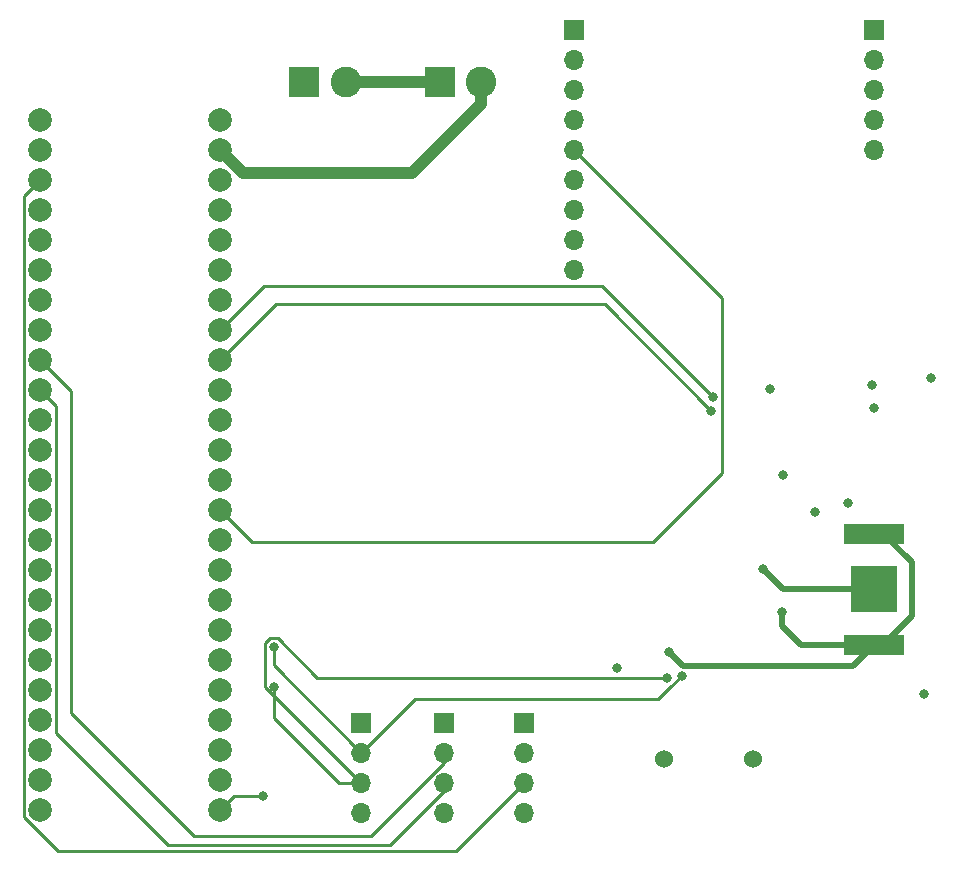
<source format=gbr>
%TF.GenerationSoftware,KiCad,Pcbnew,7.0.7*%
%TF.CreationDate,2024-02-14T21:52:59-05:00*%
%TF.ProjectId,Unified_Board,556e6966-6965-4645-9f42-6f6172642e6b,rev?*%
%TF.SameCoordinates,Original*%
%TF.FileFunction,Copper,L4,Bot*%
%TF.FilePolarity,Positive*%
%FSLAX46Y46*%
G04 Gerber Fmt 4.6, Leading zero omitted, Abs format (unit mm)*
G04 Created by KiCad (PCBNEW 7.0.7) date 2024-02-14 21:52:59*
%MOMM*%
%LPD*%
G01*
G04 APERTURE LIST*
%TA.AperFunction,ComponentPad*%
%ADD10R,1.700000X1.700000*%
%TD*%
%TA.AperFunction,ComponentPad*%
%ADD11O,1.700000X1.700000*%
%TD*%
%TA.AperFunction,ComponentPad*%
%ADD12R,2.600000X2.600000*%
%TD*%
%TA.AperFunction,ComponentPad*%
%ADD13C,2.600000*%
%TD*%
%TA.AperFunction,ComponentPad*%
%ADD14C,1.524000*%
%TD*%
%TA.AperFunction,ComponentPad*%
%ADD15C,2.000000*%
%TD*%
%TA.AperFunction,SMDPad,CuDef*%
%ADD16R,5.080000X1.780000*%
%TD*%
%TA.AperFunction,SMDPad,CuDef*%
%ADD17R,3.960000X3.960000*%
%TD*%
%TA.AperFunction,ViaPad*%
%ADD18C,0.800000*%
%TD*%
%TA.AperFunction,Conductor*%
%ADD19C,0.250000*%
%TD*%
%TA.AperFunction,Conductor*%
%ADD20C,0.500000*%
%TD*%
%TA.AperFunction,Conductor*%
%ADD21C,1.000000*%
%TD*%
G04 APERTURE END LIST*
D10*
%TO.P,J3,1,Pin_1*%
%TO.N,/3.3V*%
X107600000Y-96000000D03*
D11*
%TO.P,J3,2,Pin_2*%
%TO.N,/SCL*%
X107600000Y-98540000D03*
%TO.P,J3,3,Pin_3*%
%TO.N,/SDA*%
X107600000Y-101080000D03*
%TO.P,J3,4,Pin_4*%
%TO.N,GND*%
X107600000Y-103620000D03*
%TD*%
D12*
%TO.P,J1,1,Pin_1*%
%TO.N,Net-(J1-Pin_1)*%
X102750000Y-41750000D03*
D13*
%TO.P,J1,2,Pin_2*%
%TO.N,Net-(J1-Pin_2)*%
X106250000Y-41750000D03*
%TD*%
D12*
%TO.P,J7,1,Pin_1*%
%TO.N,Net-(J1-Pin_2)*%
X114250000Y-41750000D03*
D13*
%TO.P,J7,2,Pin_2*%
%TO.N,Net-(D6-K)*%
X117750000Y-41750000D03*
%TD*%
D10*
%TO.P,J2,1,Pin_1*%
%TO.N,/3.3V*%
X114600000Y-96000000D03*
D11*
%TO.P,J2,2,Pin_2*%
%TO.N,/Breakout_RX2*%
X114600000Y-98540000D03*
%TO.P,J2,3,Pin_3*%
%TO.N,/Breakout_TX2*%
X114600000Y-101080000D03*
%TO.P,J2,4,Pin_4*%
%TO.N,GND*%
X114600000Y-103620000D03*
%TD*%
D10*
%TO.P,J4,1,Pin_1*%
%TO.N,/3.3V*%
X121400000Y-96000000D03*
D11*
%TO.P,J4,2,Pin_2*%
%TO.N,/Breakout_RX1*%
X121400000Y-98540000D03*
%TO.P,J4,3,Pin_3*%
%TO.N,/Breakout_TX1*%
X121400000Y-101080000D03*
%TO.P,J4,4,Pin_4*%
%TO.N,GND*%
X121400000Y-103620000D03*
%TD*%
D10*
%TO.P,J5,1,Pin_1*%
%TO.N,unconnected-(J5-Pin_1-Pad1)*%
X151000000Y-37380000D03*
D11*
%TO.P,J5,2,Pin_2*%
%TO.N,unconnected-(J5-Pin_2-Pad2)*%
X151000000Y-39920000D03*
%TO.P,J5,3,Pin_3*%
%TO.N,unconnected-(J5-Pin_3-Pad3)*%
X151000000Y-42460000D03*
%TO.P,J5,4,Pin_4*%
%TO.N,unconnected-(J5-Pin_4-Pad4)*%
X151000000Y-45000000D03*
%TO.P,J5,5,Pin_5*%
%TO.N,unconnected-(J5-Pin_5-Pad5)*%
X151000000Y-47540000D03*
%TD*%
D10*
%TO.P,J6,1,Pin_1*%
%TO.N,/3.3V*%
X125600000Y-37380000D03*
D11*
%TO.P,J6,2,Pin_2*%
%TO.N,GND*%
X125600000Y-39920000D03*
%TO.P,J6,3,Pin_3*%
%TO.N,unconnected-(J6-Pin_3-Pad3)*%
X125600000Y-42460000D03*
%TO.P,J6,4,Pin_4*%
%TO.N,/Radio_INT*%
X125600000Y-45000000D03*
%TO.P,J6,5,Pin_5*%
%TO.N,/Radio_SCK*%
X125600000Y-47540000D03*
%TO.P,J6,6,Pin_6*%
%TO.N,/Radio_MISO*%
X125600000Y-50080000D03*
%TO.P,J6,7,Pin_7*%
%TO.N,/Radio_MOSI*%
X125600000Y-52620000D03*
%TO.P,J6,8,Pin_8*%
%TO.N,/Radio_CS*%
X125600000Y-55160000D03*
%TO.P,J6,9,Pin_9*%
%TO.N,/Radio_RST*%
X125600000Y-57700000D03*
%TD*%
D14*
%TO.P,BZ1,1,-*%
%TO.N,Net-(BZ1--)*%
X133250000Y-99100000D03*
%TO.P,BZ1,2,+*%
%TO.N,GND*%
X140750000Y-99100000D03*
%TD*%
D15*
%TO.P,Teensy4.1,0,GND*%
%TO.N,GND*%
X80380000Y-44990000D03*
%TO.P,Teensy4.1,1,RX1*%
%TO.N,/Breakout_RX1*%
X80380000Y-47530000D03*
%TO.P,Teensy4.1,2,TX1*%
%TO.N,/Breakout_TX1*%
X80380000Y-50070000D03*
%TO.P,Teensy4.1,3,PWM*%
%TO.N,unconnected-(Teensy4.1-PWM-Pad3)*%
X80380000Y-52610000D03*
%TO.P,Teensy4.1,4,PWM*%
%TO.N,unconnected-(Teensy4.1-PWM-Pad4)*%
X80380000Y-55150000D03*
%TO.P,Teensy4.1,5,PWM*%
%TO.N,unconnected-(Teensy4.1-PWM-Pad5)*%
X80380000Y-57690000D03*
%TO.P,Teensy4.1,6,PWM*%
%TO.N,unconnected-(Teensy4.1-PWM-Pad6)*%
X80380000Y-60230000D03*
%TO.P,Teensy4.1,7,PWM*%
%TO.N,unconnected-(Teensy4.1-PWM-Pad7)*%
X80380000Y-62770000D03*
%TO.P,Teensy4.1,8,RX2*%
%TO.N,/Breakout_RX2*%
X80380000Y-65310000D03*
%TO.P,Teensy4.1,9,TX2*%
%TO.N,/Breakout_TX2*%
X80380000Y-67850000D03*
%TO.P,Teensy4.1,10,PWM*%
%TO.N,unconnected-(Teensy4.1-PWM-Pad10)*%
X80380000Y-70390000D03*
%TO.P,Teensy4.1,11,CS*%
%TO.N,/Radio_CS*%
X80380000Y-72930000D03*
%TO.P,Teensy4.1,12,MOSI*%
%TO.N,/Radio_MOSI*%
X80380000Y-75470000D03*
%TO.P,Teensy4.1,13,MISO*%
%TO.N,/Radio_MISO*%
X80380000Y-78010000D03*
%TO.P,Teensy4.1,14,3.3V*%
%TO.N,unconnected-(Teensy4.1-3.3V-Pad14)*%
X80380000Y-80550000D03*
%TO.P,Teensy4.1,15,SCL2*%
%TO.N,unconnected-(Teensy4.1-SCL2-Pad15)*%
X80380000Y-83090000D03*
%TO.P,Teensy4.1,16,SDA2*%
%TO.N,unconnected-(Teensy4.1-SDA2-Pad16)*%
X80380000Y-85630000D03*
%TO.P,Teensy4.1,17,MOSI1*%
%TO.N,unconnected-(Teensy4.1-MOSI1-Pad17)*%
X80380000Y-88170000D03*
%TO.P,Teensy4.1,18,SCK1*%
%TO.N,unconnected-(Teensy4.1-SCK1-Pad18)*%
X80380000Y-90710000D03*
%TO.P,Teensy4.1,19,RX7*%
%TO.N,unconnected-(Teensy4.1-RX7-Pad19)*%
X80380000Y-93250000D03*
%TO.P,Teensy4.1,20,TX7*%
%TO.N,unconnected-(Teensy4.1-TX7-Pad20)*%
X80380000Y-95790000D03*
%TO.P,Teensy4.1,21,GPIO*%
%TO.N,unconnected-(Teensy4.1-GPIO-Pad21)*%
X80380000Y-98330000D03*
%TO.P,Teensy4.1,22,GPIO*%
%TO.N,/Radio_INT*%
X80380000Y-100870000D03*
%TO.P,Teensy4.1,23,GPIO*%
%TO.N,/Radio_RST*%
X80380000Y-103410000D03*
%TO.P,Teensy4.1,24,PWM*%
%TO.N,Net-(BZ1--)*%
X95620000Y-103410000D03*
%TO.P,Teensy4.1,25,RX8*%
%TO.N,unconnected-(Teensy4.1-RX8-Pad25)*%
X95620000Y-100870000D03*
%TO.P,Teensy4.1,26,TX8*%
%TO.N,unconnected-(Teensy4.1-TX8-Pad26)*%
X95620000Y-98330000D03*
%TO.P,Teensy4.1,27,PWM*%
%TO.N,unconnected-(Teensy4.1-PWM-Pad27)*%
X95620000Y-95790000D03*
%TO.P,Teensy4.1,28,PWM*%
%TO.N,/BMP_INT*%
X95620000Y-93250000D03*
%TO.P,Teensy4.1,29,CS1*%
%TO.N,unconnected-(Teensy4.1-CS1-Pad29)*%
X95620000Y-90710000D03*
%TO.P,Teensy4.1,30,MISO*%
%TO.N,unconnected-(Teensy4.1-MISO-Pad30)*%
X95620000Y-88170000D03*
%TO.P,Teensy4.1,31,A16*%
%TO.N,unconnected-(Teensy4.1-A16-Pad31)*%
X95620000Y-85630000D03*
%TO.P,Teensy4.1,32,A17*%
%TO.N,unconnected-(Teensy4.1-A17-Pad32)*%
X95620000Y-83090000D03*
%TO.P,Teensy4.1,33,GND*%
%TO.N,unconnected-(Teensy4.1-GND-Pad33)*%
X95620000Y-80550000D03*
%TO.P,Teensy4.1,34,SCK*%
%TO.N,/Radio_SCK*%
X95620000Y-78010000D03*
%TO.P,Teensy4.1,35,A0*%
%TO.N,unconnected-(Teensy4.1-A0-Pad35)*%
X95620000Y-75470000D03*
%TO.P,Teensy4.1,36,A1*%
%TO.N,unconnected-(Teensy4.1-A1-Pad36)*%
X95620000Y-72930000D03*
%TO.P,Teensy4.1,37,A2*%
%TO.N,unconnected-(Teensy4.1-A2-Pad37)*%
X95620000Y-70390000D03*
%TO.P,Teensy4.1,38,A3*%
%TO.N,unconnected-(Teensy4.1-A3-Pad38)*%
X95620000Y-67850000D03*
%TO.P,Teensy4.1,39,SDA*%
%TO.N,/SDA*%
X95620000Y-65310000D03*
%TO.P,Teensy4.1,40,SCL*%
%TO.N,/SCL*%
X95620000Y-62770000D03*
%TO.P,Teensy4.1,41,TX5*%
%TO.N,unconnected-(Teensy4.1-TX5-Pad41)*%
X95620000Y-60230000D03*
%TO.P,Teensy4.1,42,RX5*%
%TO.N,unconnected-(Teensy4.1-RX5-Pad42)*%
X95620000Y-57690000D03*
%TO.P,Teensy4.1,43,PWM*%
%TO.N,unconnected-(Teensy4.1-PWM-Pad43)*%
X95620000Y-55150000D03*
%TO.P,Teensy4.1,44,PWM*%
%TO.N,unconnected-(Teensy4.1-PWM-Pad44)*%
X95620000Y-52610000D03*
%TO.P,Teensy4.1,45,3.3V*%
%TO.N,/3.3V*%
X95620000Y-50070000D03*
%TO.P,Teensy4.1,46,GND*%
%TO.N,Net-(D6-K)*%
X95620000Y-47530000D03*
%TO.P,Teensy4.1,47,Vin*%
%TO.N,Net-(J1-Pin_1)*%
X95620000Y-44990000D03*
%TD*%
D16*
%TO.P,BT1,1,+*%
%TO.N,/BACKUP*%
X151000000Y-89400000D03*
X151000000Y-80000000D03*
D17*
%TO.P,BT1,2,-*%
%TO.N,GND*%
X151000000Y-84700000D03*
%TD*%
D18*
%TO.N,/3.3V*%
X155200000Y-93600000D03*
%TO.N,GND*%
X143250000Y-75000000D03*
%TO.N,/3.3V*%
X146000000Y-78200000D03*
X151000000Y-69400000D03*
X155800000Y-66800000D03*
%TO.N,/SCL*%
X134723090Y-92046012D03*
X100200000Y-89600000D03*
X137400000Y-68400000D03*
%TO.N,GND*%
X141600000Y-83000000D03*
X142200000Y-67800000D03*
X150800000Y-67400000D03*
X148800000Y-77400000D03*
X129200000Y-91400000D03*
%TO.N,/BACKUP*%
X143200000Y-86600000D03*
X133600000Y-90000000D03*
%TO.N,Net-(BZ1--)*%
X99250000Y-102250000D03*
%TO.N,/SDA*%
X100200000Y-93000000D03*
X133487701Y-92237701D03*
X137200000Y-69600000D03*
%TD*%
D19*
%TO.N,/SCL*%
X100200000Y-89600000D02*
X100200000Y-91140000D01*
X95620000Y-62770000D02*
X99390000Y-59000000D01*
X132750000Y-94000000D02*
X133750000Y-93000000D01*
X134703988Y-92046012D02*
X134723090Y-92046012D01*
X128000000Y-59000000D02*
X99390000Y-59000000D01*
X112140000Y-94000000D02*
X132750000Y-94000000D01*
X137400000Y-68400000D02*
X128000000Y-59000000D01*
X100200000Y-91140000D02*
X107600000Y-98540000D01*
X133750000Y-93000000D02*
X134703988Y-92046012D01*
X107600000Y-98540000D02*
X112140000Y-94000000D01*
D20*
%TO.N,GND*%
X150200000Y-84700000D02*
X143300000Y-84700000D01*
X143300000Y-84700000D02*
X141600000Y-83000000D01*
%TO.N,/BACKUP*%
X144800000Y-89400000D02*
X151000000Y-89400000D01*
X149200000Y-91200000D02*
X151000000Y-89400000D01*
X150200000Y-89400000D02*
X149800000Y-89800000D01*
X151800000Y-80000000D02*
X151000000Y-80000000D01*
X143200000Y-87800000D02*
X143200000Y-86600000D01*
X151800000Y-89400000D02*
X154200000Y-87000000D01*
X151000000Y-89400000D02*
X151800000Y-89400000D01*
X134800000Y-91200000D02*
X149200000Y-91200000D01*
X133600000Y-90000000D02*
X134800000Y-91200000D01*
X154200000Y-82400000D02*
X151800000Y-80000000D01*
X143200000Y-87800000D02*
X144800000Y-89400000D01*
X154200000Y-87000000D02*
X154200000Y-82400000D01*
D19*
%TO.N,Net-(BZ1--)*%
X96780000Y-102250000D02*
X95620000Y-103410000D01*
X99250000Y-102250000D02*
X96780000Y-102250000D01*
D21*
%TO.N,Net-(J1-Pin_2)*%
X106250000Y-41750000D02*
X114250000Y-41750000D01*
%TO.N,Net-(D6-K)*%
X117750000Y-43588477D02*
X117750000Y-41750000D01*
X95620000Y-47530000D02*
X97590000Y-49500000D01*
X111838477Y-49500000D02*
X117750000Y-43588477D01*
X97590000Y-49500000D02*
X111838477Y-49500000D01*
D19*
%TO.N,/Breakout_RX2*%
X114600000Y-98540000D02*
X114600000Y-99400000D01*
X83000000Y-67930000D02*
X80380000Y-65310000D01*
X93400000Y-105600000D02*
X83000000Y-95200000D01*
X83000000Y-95200000D02*
X83000000Y-67930000D01*
X114600000Y-99400000D02*
X108400000Y-105600000D01*
X108400000Y-105600000D02*
X93400000Y-105600000D01*
%TO.N,/Breakout_TX2*%
X114600000Y-101800000D02*
X110000000Y-106400000D01*
X91200000Y-106400000D02*
X81705000Y-96905000D01*
X110000000Y-106400000D02*
X91200000Y-106400000D01*
X114600000Y-101080000D02*
X114600000Y-101800000D01*
X81705000Y-96905000D02*
X81705000Y-69175000D01*
X81705000Y-69175000D02*
X80380000Y-67850000D01*
%TO.N,/SDA*%
X100200000Y-93000000D02*
X100200000Y-95600000D01*
X100200000Y-95600000D02*
X105680000Y-101080000D01*
X99475000Y-89299695D02*
X99475000Y-92955000D01*
X100500305Y-88875000D02*
X99899695Y-88875000D01*
X103863006Y-92237701D02*
X100500305Y-88875000D01*
X100330000Y-60600000D02*
X95620000Y-65310000D01*
X99899695Y-88875000D02*
X99475000Y-89299695D01*
X99475000Y-92955000D02*
X107600000Y-101080000D01*
X137200000Y-69600000D02*
X128200000Y-60600000D01*
X105680000Y-101080000D02*
X107600000Y-101080000D01*
X133487701Y-92237701D02*
X103863006Y-92237701D01*
X128200000Y-60600000D02*
X100330000Y-60600000D01*
%TO.N,/Breakout_TX1*%
X121400000Y-101080000D02*
X115630000Y-106850000D01*
X79055000Y-51395000D02*
X80380000Y-50070000D01*
X115630000Y-106850000D02*
X81946167Y-106850000D01*
X79055000Y-103958833D02*
X79055000Y-51395000D01*
X81946167Y-106850000D02*
X79055000Y-103958833D01*
%TO.N,/Radio_SCK*%
X138125000Y-60065000D02*
X138125000Y-74875000D01*
X138125000Y-74875000D02*
X132250000Y-80750000D01*
X125600000Y-47540000D02*
X138125000Y-60065000D01*
X98360000Y-80750000D02*
X95620000Y-78010000D01*
X132250000Y-80750000D02*
X98360000Y-80750000D01*
%TD*%
M02*

</source>
